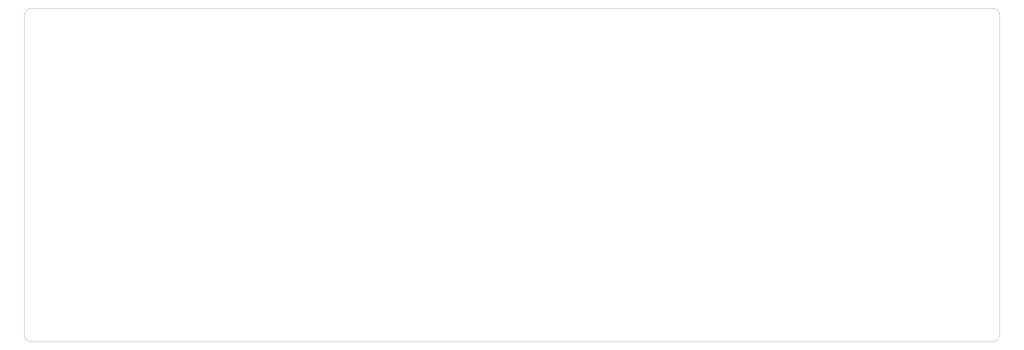
<source format=gbr>
%TF.GenerationSoftware,KiCad,Pcbnew,8.0.5*%
%TF.CreationDate,2024-09-22T14:43:58-07:00*%
%TF.ProjectId,keyboard_pcb,6b657962-6f61-4726-945f-7063622e6b69,rev?*%
%TF.SameCoordinates,Original*%
%TF.FileFunction,Profile,NP*%
%FSLAX46Y46*%
G04 Gerber Fmt 4.6, Leading zero omitted, Abs format (unit mm)*
G04 Created by KiCad (PCBNEW 8.0.5) date 2024-09-22 14:43:58*
%MOMM*%
%LPD*%
G01*
G04 APERTURE LIST*
%TA.AperFunction,Profile*%
%ADD10C,0.050000*%
%TD*%
G04 APERTURE END LIST*
D10*
X38893750Y-207168750D02*
G75*
G02*
X36512550Y-204787500I50J2381250D01*
G01*
X36512500Y-90487500D02*
G75*
G02*
X38893750Y-88106200I2381300J0D01*
G01*
X381793750Y-88106250D02*
G75*
G02*
X384174950Y-90487500I-50J-2381250D01*
G01*
X384175000Y-90487500D02*
X384175000Y-204787500D01*
X36512500Y-204787500D02*
X36512500Y-90487500D01*
X38893750Y-88106250D02*
X381793750Y-88106250D01*
X384175000Y-204787500D02*
G75*
G02*
X381793750Y-207168800I-2381300J0D01*
G01*
X381793750Y-207168750D02*
X38893750Y-207168750D01*
M02*

</source>
